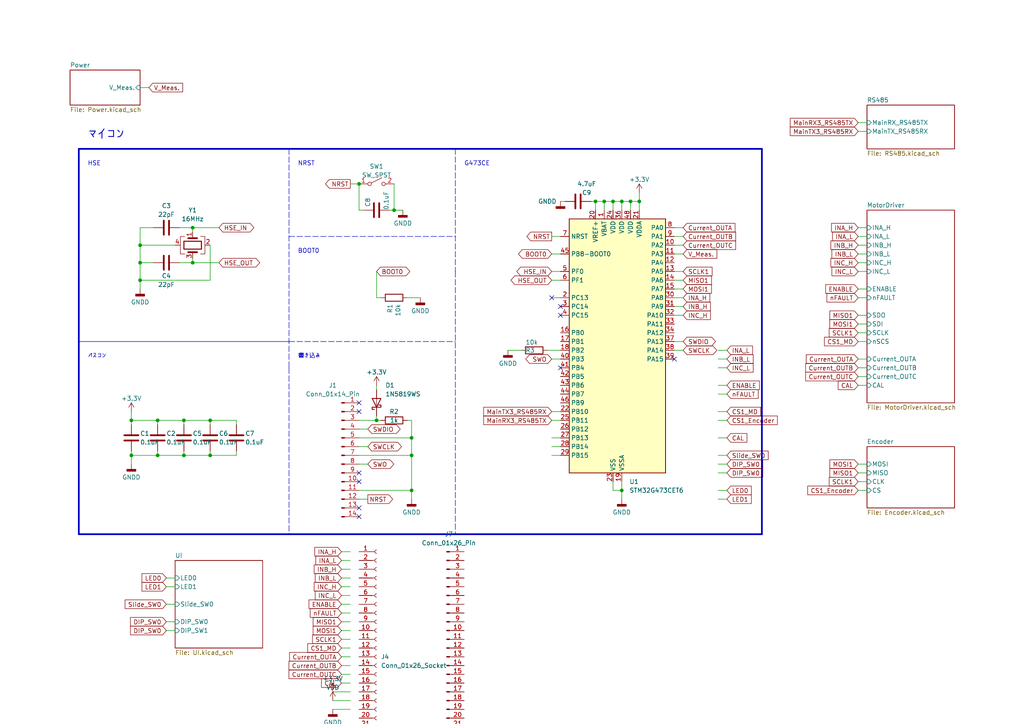
<source format=kicad_sch>
(kicad_sch (version 20230121) (generator eeschema)
  (paper "A4")
  (lib_symbols
    (symbol "Connector:Conn_01x14_Pin" (pin_names (offset 1.016) hide)
      (property "Reference" "J" (at 0 17.78 0))
      (property "Value" "Conn_01x14_Pin" (at 0 -20.32 0))
      (symbol "Conn_01x14_Pin_1_1"
        (pin passive line (at 5.08 15.24 180) (length 3.81) (name "Pin_1") (number "1"))
        (pin passive line (at 5.08 -7.62 180) (length 3.81) (name "Pin_10") (number "10"))
        (pin passive line (at 5.08 -10.16 180) (length 3.81) (name "Pin_11") (number "11"))
        (pin passive line (at 5.08 -12.7 180) (length 3.81) (name "Pin_12") (number "12"))
        (pin passive line (at 5.08 -15.24 180) (length 3.81) (name "Pin_13") (number "13"))
        (pin passive line (at 5.08 -17.78 180) (length 3.81) (name "Pin_14") (number "14"))
        (pin passive line (at 5.08 12.7 180) (length 3.81) (name "Pin_2") (number "2"))
        (pin passive line (at 5.08 10.16 180) (length 3.81) (name "Pin_3") (number "3"))
        (pin passive line (at 5.08 7.62 180) (length 3.81) (name "Pin_4") (number "4"))
        (pin passive line (at 5.08 5.08 180) (length 3.81) (name "Pin_5") (number "5"))
        (pin passive line (at 5.08 2.54 180) (length 3.81) (name "Pin_6") (number "6"))
        (pin passive line (at 5.08 0 180) (length 3.81) (name "Pin_7") (number "7"))
        (pin passive line (at 5.08 -2.54 180) (length 3.81) (name "Pin_8") (number "8"))
        (pin passive line (at 5.08 -5.08 180) (length 3.81) (name "Pin_9") (number "9"))
      )
    )
    (symbol "Connector:Conn_01x26_Pin" (pin_names (offset 1.016) hide)
      (property "Reference" "J" (at 0 33.02 0))
      (property "Value" "Conn_01x26_Pin" (at 0 -35.56 0))
      (symbol "Conn_01x26_Pin_1_1"
        (pin passive line (at 5.08 30.48 180) (length 3.81) (name "Pin_1") (number "1"))
        (pin passive line (at 5.08 7.62 180) (length 3.81) (name "Pin_10") (number "10"))
        (pin passive line (at 5.08 5.08 180) (length 3.81) (name "Pin_11") (number "11"))
        (pin passive line (at 5.08 2.54 180) (length 3.81) (name "Pin_12") (number "12"))
        (pin passive line (at 5.08 0 180) (length 3.81) (name "Pin_13") (number "13"))
        (pin passive line (at 5.08 -2.54 180) (length 3.81) (name "Pin_14") (number "14"))
        (pin passive line (at 5.08 -5.08 180) (length 3.81) (name "Pin_15") (number "15"))
        (pin passive line (at 5.08 -7.62 180) (length 3.81) (name "Pin_16") (number "16"))
        (pin passive line (at 5.08 -10.16 180) (length 3.81) (name "Pin_17") (number "17"))
        (pin passive line (at 5.08 -12.7 180) (length 3.81) (name "Pin_18") (number "18"))
        (pin passive line (at 5.08 -15.24 180) (length 3.81) (name "Pin_19") (number "19"))
        (pin passive line (at 5.08 27.94 180) (length 3.81) (name "Pin_2") (number "2"))
        (pin passive line (at 5.08 -17.78 180) (length 3.81) (name "Pin_20") (number "20"))
        (pin passive line (at 5.08 -20.32 180) (length 3.81) (name "Pin_21") (number "21"))
        (pin passive line (at 5.08 -22.86 180) (length 3.81) (name "Pin_22") (number "22"))
        (pin passive line (at 5.08 -25.4 180) (length 3.81) (name "Pin_23") (number "23"))
        (pin passive line (at 5.08 -27.94 180) (length 3.81) (name "Pin_24") (number "24"))
        (pin passive line (at 5.08 -30.48 180) (length 3.81) (name "Pin_25") (number "25"))
        (pin passive line (at 5.08 -33.02 180) (length 3.81) (name "Pin_26") (number "26"))
        (pin passive line (at 5.08 25.4 180) (length 3.81) (name "Pin_3") (number "3"))
        (pin passive line (at 5.08 22.86 180) (length 3.81) (name "Pin_4") (number "4"))
        (pin passive line (at 5.08 20.32 180) (length 3.81) (name "Pin_5") (number "5"))
        (pin passive line (at 5.08 17.78 180) (length 3.81) (name "Pin_6") (number "6"))
        (pin passive line (at 5.08 15.24 180) (length 3.81) (name "Pin_7") (number "7"))
        (pin passive line (at 5.08 12.7 180) (length 3.81) (name "Pin_8") (number "8"))
        (pin passive line (at 5.08 10.16 180) (length 3.81) (name "Pin_9") (number "9"))
      )
    )
    (symbol "Connector:Conn_01x26_Socket" (pin_names (offset 1.016) hide)
      (property "Reference" "J" (at 0 33.02 0))
      (property "Value" "Conn_01x26_Socket" (at 0 -35.56 0))
      (symbol "Conn_01x26_Socket_1_1"
        (pin passive line (at -5.08 30.48 0) (length 3.81) (name "Pin_1") (number "1"))
        (pin passive line (at -5.08 7.62 0) (length 3.81) (name "Pin_10") (number "10"))
        (pin passive line (at -5.08 5.08 0) (length 3.81) (name "Pin_11") (number "11"))
        (pin passive line (at -5.08 2.54 0) (length 3.81) (name "Pin_12") (number "12"))
        (pin passive line (at -5.08 0 0) (length 3.81) (name "Pin_13") (number "13"))
        (pin passive line (at -5.08 -2.54 0) (length 3.81) (name "Pin_14") (number "14"))
        (pin passive line (at -5.08 -5.08 0) (length 3.81) (name "Pin_15") (number "15"))
        (pin passive line (at -5.08 -7.62 0) (length 3.81) (name "Pin_16") (number "16"))
        (pin passive line (at -5.08 -10.16 0) (length 3.81) (name "Pin_17") (number "17"))
        (pin passive line (at -5.08 -12.7 0) (length 3.81) (name "Pin_18") (number "18"))
        (pin passive line (at -5.08 -15.24 0) (length 3.81) (name "Pin_19") (number "19"))
        (pin passive line (at -5.08 27.94 0) (length 3.81) (name "Pin_2") (number "2"))
        (pin passive line (at -5.08 -17.78 0) (length 3.81) (name "Pin_20") (number "20"))
        (pin passive line (at -5.08 -20.32 0) (length 3.81) (name "Pin_21") (number "21"))
        (pin passive line (at -5.08 -22.86 0) (length 3.81) (name "Pin_22") (number "22"))
        (pin passive line (at -5.08 -25.4 0) (length 3.81) (name "Pin_23") (number "23"))
        (pin passive line (at -5.08 -27.94 0) (length 3.81) (name "Pin_24") (number "24"))
        (pin passive line (at -5.08 -30.48 0) (length 3.81) (name "Pin_25") (number "25"))
        (pin passive line (at -5.08 -33.02 0) (length 3.81) (name "Pin_26") (number "26"))
        (pin passive line (at -5.08 25.4 0) (length 3.81) (name "Pin_3") (number "3"))
        (pin passive line (at -5.08 22.86 0) (length 3.81) (name "Pin_4") (number "4"))
        (pin passive line (at -5.08 20.32 0) (length 3.81) (name "Pin_5") (number "5"))
        (pin passive line (at -5.08 17.78 0) (length 3.81) (name "Pin_6") (number "6"))
        (pin passive line (at -5.08 15.24 0) (length 3.81) (name "Pin_7") (number "7"))
        (pin passive line (at -5.08 12.7 0) (length 3.81) (name "Pin_8") (number "8"))
        (pin passive line (at -5.08 10.16 0) (length 3.81) (name "Pin_9") (number "9"))
      )
    )
    (symbol "D_Schottky_3" (pin_numbers hide) (pin_names (offset 1.016) hide)
      (property "Reference" "D" (at 0 2.54 0))
      (property "Value" "D_Schottky_3" (at 0 -2.54 0))
      (symbol "D_Schottky_3_1_1"
        (pin passive line (at -3.81 0 0) (length 2.54) (name "K") (number "1"))
        (pin passive line (at 3.81 0 180) (length 2.54) (name "A") (number "2"))
      )
    )
    (symbol "Device:C" (pin_numbers hide) (pin_names (offset 0.254))
      (property "Reference" "C" (at 0.635 2.54 0))
      (property "Value" "C" (at 0.635 -2.54 0))
      (symbol "C_1_1"
        (pin passive line (at 0 3.81 270) (length 2.794) (name "~") (number "1"))
        (pin passive line (at 0 -3.81 90) (length 2.794) (name "~") (number "2"))
      )
    )
    (symbol "Device:Crystal_GND24" (pin_names (offset 1.016) hide)
      (property "Reference" "Y" (at 3.175 5.08 0))
      (property "Value" "Crystal_GND24" (at 3.175 3.175 0))
      (symbol "Crystal_GND24_1_1"
        (pin passive line (at -3.81 0 0) (length 1.27) (name "1") (number "1"))
        (pin passive line (at 0 5.08 270) (length 1.27) (name "2") (number "2"))
        (pin passive line (at 3.81 0 180) (length 1.27) (name "3") (number "3"))
        (pin passive line (at 0 -5.08 90) (length 1.27) (name "4") (number "4"))
      )
    )
    (symbol "Device:R" (pin_numbers hide) (pin_names (offset 0))
      (property "Reference" "R" (at 2.032 0 90))
      (property "Value" "R" (at 0 0 90))
      (symbol "R_1_1"
        (pin passive line (at 0 3.81 270) (length 1.27) (name "~") (number "1"))
        (pin passive line (at 0 -3.81 90) (length 1.27) (name "~") (number "2"))
      )
    )
    (symbol "MCU_ST_STM32G4:STM32G473CETx"
      (property "Reference" "U2" (at 4.7341 -38.1 0))
      (property "Value" "STM32G473CET6" (at 4.7341 -40.64 0))
      (symbol "STM32G473CETx_1_1"
        (pin power_in line (at -2.54 40.64 270) (length 2.54) (name "VBAT") (number "1"))
        (pin bidirectional line (at 17.78 30.48 180) (length 2.54) (name "PA2") (number "10"))
        (pin bidirectional line (at 17.78 27.94 180) (length 2.54) (name "PA3") (number "11"))
        (pin bidirectional line (at 17.78 25.4 180) (length 2.54) (name "PA4") (number "12"))
        (pin bidirectional line (at 17.78 22.86 180) (length 2.54) (name "PA5") (number "13"))
        (pin bidirectional line (at 17.78 20.32 180) (length 2.54) (name "PA6") (number "14"))
        (pin bidirectional line (at 17.78 17.78 180) (length 2.54) (name "PA7") (number "15"))
        (pin bidirectional line (at -15.24 5.08 0) (length 2.54) (name "PB0") (number "16"))
        (pin bidirectional line (at -15.24 2.54 0) (length 2.54) (name "PB1") (number "17"))
        (pin bidirectional line (at -15.24 0 0) (length 2.54) (name "PB2") (number "18"))
        (pin power_in line (at 2.54 -38.1 90) (length 2.54) (name "VSSA") (number "19"))
        (pin bidirectional line (at -15.24 15.24 0) (length 2.54) (name "PC13") (number "2"))
        (pin input line (at -5.08 40.64 270) (length 2.54) (name "VREF+") (number "20"))
        (pin power_in line (at 7.62 40.64 270) (length 2.54) (name "VDDA") (number "21"))
        (pin bidirectional line (at -15.24 -17.78 0) (length 2.54) (name "PB10") (number "22"))
        (pin power_in line (at 0 -38.1 90) (length 2.54) (name "VSS") (number "23"))
        (pin power_in line (at 0 40.64 270) (length 2.54) (name "VDD") (number "24"))
        (pin bidirectional line (at -15.24 -20.32 0) (length 2.54) (name "PB11") (number "25"))
        (pin bidirectional line (at -15.24 -22.86 0) (length 2.54) (name "PB12") (number "26"))
        (pin bidirectional line (at -15.24 -25.4 0) (length 2.54) (name "PB13") (number "27"))
        (pin bidirectional line (at -15.24 -27.94 0) (length 2.54) (name "PB14") (number "28"))
        (pin bidirectional line (at -15.24 -30.48 0) (length 2.54) (name "PB15") (number "29"))
        (pin bidirectional line (at -15.24 12.7 0) (length 2.54) (name "PC14") (number "3"))
        (pin bidirectional line (at 17.78 15.24 180) (length 2.54) (name "PA8") (number "30"))
        (pin bidirectional line (at 17.78 12.7 180) (length 2.54) (name "PA9") (number "31"))
        (pin bidirectional line (at 17.78 10.16 180) (length 2.54) (name "PA10") (number "32"))
        (pin bidirectional line (at 17.78 7.62 180) (length 2.54) (name "PA11") (number "33"))
        (pin bidirectional line (at 17.78 5.08 180) (length 2.54) (name "PA12") (number "34"))
        (pin passive line (at 0 -38.1 90) (length 2.54) hide (name "VSS") (number "35"))
        (pin power_in line (at 2.54 40.64 270) (length 2.54) (name "VDD") (number "36"))
        (pin bidirectional line (at 17.78 2.54 180) (length 2.54) (name "PA13") (number "37"))
        (pin bidirectional line (at 17.78 0 180) (length 2.54) (name "PA14") (number "38"))
        (pin bidirectional line (at 17.78 -2.54 180) (length 2.54) (name "PA15") (number "39"))
        (pin bidirectional line (at -15.24 10.16 0) (length 2.54) (name "PC15") (number "4"))
        (pin bidirectional line (at -15.24 -2.54 0) (length 2.54) (name "PB3") (number "40"))
        (pin bidirectional line (at -15.24 -5.08 0) (length 2.54) (name "PB4") (number "41"))
        (pin bidirectional line (at -15.24 -7.62 0) (length 2.54) (name "PB5") (number "42"))
        (pin bidirectional line (at -15.24 -10.16 0) (length 2.54) (name "PB6") (number "43"))
        (pin bidirectional line (at -15.24 -12.7 0) (length 2.54) (name "PB7") (number "44"))
        (pin bidirectional line (at -15.24 27.94 0) (length 2.54) (name "PB8-BOOT0") (number "45"))
        (pin bidirectional line (at -15.24 -15.24 0) (length 2.54) (name "PB9") (number "46"))
        (pin passive line (at 0 -38.1 90) (length 2.54) hide (name "VSS") (number "47"))
        (pin power_in line (at 5.08 40.64 270) (length 2.54) (name "VDD") (number "48"))
        (pin bidirectional line (at -15.24 22.86 0) (length 2.54) (name "PF0") (number "5"))
        (pin bidirectional line (at -15.24 20.32 0) (length 2.54) (name "PF1") (number "6"))
        (pin bidirectional line (at -15.24 33.02 0) (length 2.54) (name "NRST") (number "7"))
        (pin bidirectional line (at 17.78 35.56 180) (length 2.54) (name "PA0") (number "8"))
        (pin bidirectional line (at 17.78 33.02 180) (length 2.54) (name "PA1") (number "9"))
      )
    )
    (symbol "Switch:SW_SPST" (pin_names (offset 0) hide)
      (property "Reference" "SW" (at 0 3.175 0))
      (property "Value" "SW_SPST" (at 0 -2.54 0))
      (symbol "SW_SPST_1_1"
        (pin passive line (at -5.08 0 0) (length 2.54) (name "A") (number "1"))
        (pin passive line (at 5.08 0 180) (length 2.54) (name "B") (number "2"))
      )
    )
    (symbol "power:+3.3V" (power) (pin_names (offset 0))
      (property "Value" "+3.3V" (at 0 3.556 0))
      (symbol "+3.3V_1_1"
        (pin power_in line (at 0 0 90) (length 0) hide (name "+3.3V") (number "1"))
      )
    )
    (symbol "power:GNDD" (power) (pin_names (offset 0))
      (property "Value" "GNDD" (at 0 -3.175 0))
      (symbol "GNDD_1_1"
        (pin power_in line (at 0 0 270) (length 0) hide (name "GNDD") (number "1"))
      )
    )
    (symbol "power:VDD" (power) (pin_names (offset 0))
      (property "Value" "VDD" (at 0 3.81 0))
      (symbol "VDD_1_1"
        (pin power_in line (at 0 0 90) (length 0) hide (name "VDD") (number "1"))
      )
    )
  )
  (junction (at 38.1 121.92))
  (junction (at 38.1 132.08))
  (junction (at 45.72 121.92))
  (junction (at 60.96 121.92))
  (junction (at 182.88 58.42))
  (junction (at 53.34 121.92))
  (junction (at 177.8 58.42))
  (junction (at 180.34 142.24))
  (junction (at 45.72 132.08))
  (junction (at 185.42 58.42))
  (junction (at 119.38 132.08))
  (junction (at 40.64 76.2))
  (junction (at 53.34 132.08))
  (junction (at 172.72 58.42))
  (junction (at 180.34 58.42))
  (junction (at 119.38 142.24))
  (junction (at 109.22 121.92))
  (junction (at 60.96 132.08))
  (junction (at 175.26 58.42))
  (junction (at 55.88 76.2))
  (junction (at 114.3 60.96))
  (junction (at 55.88 66.04))
  (junction (at 40.64 71.12))
  (junction (at 104.14 53.34))
  (junction (at 119.38 127))
  (junction (at 40.64 81.28))
  (no_connect (at 162.56 91.44))
  (no_connect (at 104.14 147.32))
  (no_connect (at 104.14 139.7))
  (no_connect (at 195.58 104.14))
  (no_connect (at 104.14 137.16))
  (no_connect (at 162.56 106.68))
  (no_connect (at 104.14 119.38))
  (no_connect (at 160.02 86.36))
  (no_connect (at 104.14 149.86))
  (no_connect (at 104.14 116.84))
  (no_connect (at 162.56 88.9))
  (wire (pts (xy 248.92 38.1) (xy 251.46 38.1)))
  (wire (pts (xy 99.06 193.04) (xy 101.6 193.04)))
  (wire (pts (xy 109.22 121.92) (xy 104.14 121.92)))
  (wire (pts (xy 210.82 114.3) (xy 208.28 114.3)))
  (wire (pts (xy 38.1 121.92) (xy 38.1 123.19)))
  (wire (pts (xy 208.28 111.76) (xy 210.82 111.76)))
  (wire (pts (xy 177.8 58.42) (xy 177.8 60.96)))
  (wire (pts (xy 160.02 86.36) (xy 162.56 86.36)))
  (wire (pts (xy 99.06 165.1) (xy 101.6 165.1)))
  (wire (pts (xy 171.45 58.42) (xy 172.72 58.42)))
  (wire (pts (xy 104.14 124.46) (xy 106.68 124.46)))
  (wire (pts (xy 195.58 66.04) (xy 198.12 66.04)))
  (wire (pts (xy 104.14 53.34) (xy 104.14 60.96)))
  (wire (pts (xy 96.52 205.74) (xy 101.6 205.74)))
  (wire (pts (xy 99.06 162.56) (xy 101.6 162.56)))
  (wire (pts (xy 208.28 144.78) (xy 210.82 144.78)))
  (wire (pts (xy 99.06 172.72) (xy 101.6 172.72)))
  (wire (pts (xy 109.22 86.36) (xy 110.49 86.36)))
  (wire (pts (xy 248.92 96.52) (xy 251.46 96.52)))
  (wire (pts (xy 109.22 121.92) (xy 110.49 121.92)))
  (wire (pts (xy 60.96 121.92) (xy 68.58 121.92)))
  (wire (pts (xy 208.28 137.16) (xy 210.82 137.16)))
  (wire (pts (xy 48.26 167.64) (xy 50.8 167.64)))
  (wire (pts (xy 53.34 121.92) (xy 60.96 121.92)))
  (wire (pts (xy 104.14 129.54) (xy 106.68 129.54)))
  (wire (pts (xy 119.38 142.24) (xy 119.38 132.08)))
  (wire (pts (xy 55.88 74.93) (xy 55.88 76.2)))
  (polyline (pts (xy 83.82 68.58) (xy 132.08 68.58)) (stroke (width 0) (type dash)))
  (wire (pts (xy 99.06 175.26) (xy 101.6 175.26)))
  (wire (pts (xy 248.92 78.74) (xy 251.46 78.74)))
  (polyline (pts (xy 83.82 99.06) (xy 132.08 99.06)) (stroke (width 0) (type dash)))
  (wire (pts (xy 99.06 185.42) (xy 101.6 185.42)))
  (wire (pts (xy 172.72 58.42) (xy 172.72 60.96)))
  (wire (pts (xy 160.02 119.38) (xy 162.56 119.38)))
  (wire (pts (xy 195.58 101.6) (xy 198.12 101.6)))
  (wire (pts (xy 163.83 58.42) (xy 162.56 58.42)))
  (wire (pts (xy 195.58 99.06) (xy 198.12 99.06)))
  (wire (pts (xy 208.28 134.62) (xy 210.82 134.62)))
  (wire (pts (xy 208.28 104.14) (xy 210.82 104.14)))
  (wire (pts (xy 38.1 132.08) (xy 38.1 134.62)))
  (polyline (pts (xy 83.82 43.18) (xy 83.82 106.68)) (stroke (width 0) (type dash)))
  (wire (pts (xy 248.92 93.98) (xy 251.46 93.98)))
  (wire (pts (xy 99.06 177.8) (xy 101.6 177.8)))
  (wire (pts (xy 208.28 106.68) (xy 210.82 106.68)))
  (wire (pts (xy 104.14 132.08) (xy 119.38 132.08)))
  (wire (pts (xy 104.14 144.78) (xy 106.68 144.78)))
  (wire (pts (xy 248.92 76.2) (xy 251.46 76.2)))
  (wire (pts (xy 60.96 121.92) (xy 60.96 123.19)))
  (wire (pts (xy 185.42 55.88) (xy 185.42 58.42)))
  (wire (pts (xy 53.34 130.81) (xy 53.34 132.08)))
  (wire (pts (xy 195.58 68.58) (xy 198.12 68.58)))
  (polyline (pts (xy 22.86 154.94) (xy 220.98 154.94)) (stroke (width 0.5) (type solid)))
  (wire (pts (xy 118.11 86.36) (xy 121.92 86.36)))
  (wire (pts (xy 38.1 130.81) (xy 38.1 132.08)))
  (wire (pts (xy 40.64 25.4) (xy 43.18 25.4)))
  (wire (pts (xy 99.06 180.34) (xy 101.6 180.34)))
  (wire (pts (xy 160.02 129.54) (xy 162.56 129.54)))
  (wire (pts (xy 96.52 200.66) (xy 101.6 200.66)))
  (wire (pts (xy 99.06 190.5) (xy 101.6 190.5)))
  (wire (pts (xy 119.38 121.92) (xy 119.38 127)))
  (wire (pts (xy 40.64 71.12) (xy 40.64 76.2)))
  (wire (pts (xy 68.58 121.92) (xy 68.58 123.19)))
  (wire (pts (xy 160.02 127) (xy 162.56 127)))
  (wire (pts (xy 68.58 132.08) (xy 68.58 130.81)))
  (wire (pts (xy 248.92 111.76) (xy 251.46 111.76)))
  (wire (pts (xy 60.96 132.08) (xy 68.58 132.08)))
  (wire (pts (xy 151.13 101.6) (xy 147.32 101.6)))
  (wire (pts (xy 160.02 104.14) (xy 162.56 104.14)))
  (wire (pts (xy 119.38 132.08) (xy 119.38 127)))
  (wire (pts (xy 175.26 60.96) (xy 175.26 58.42)))
  (wire (pts (xy 101.6 53.34) (xy 104.14 53.34)))
  (wire (pts (xy 44.45 66.04) (xy 40.64 66.04)))
  (wire (pts (xy 53.34 132.08) (xy 60.96 132.08)))
  (wire (pts (xy 118.11 121.92) (xy 119.38 121.92)))
  (polyline (pts (xy 83.82 106.68) (xy 83.82 154.94)) (stroke (width 0) (type dash)))
  (polyline (pts (xy 220.98 154.94) (xy 220.98 43.18)) (stroke (width 0.5) (type solid)))
  (wire (pts (xy 38.1 121.92) (xy 45.72 121.92)))
  (wire (pts (xy 175.26 58.42) (xy 177.8 58.42)))
  (wire (pts (xy 104.14 60.96) (xy 105.41 60.96)))
  (wire (pts (xy 104.14 134.62) (xy 106.68 134.62)))
  (wire (pts (xy 195.58 88.9) (xy 198.12 88.9)))
  (wire (pts (xy 40.64 76.2) (xy 44.45 76.2)))
  (wire (pts (xy 40.64 71.12) (xy 50.8 71.12)))
  (wire (pts (xy 195.58 91.44) (xy 198.12 91.44)))
  (polyline (pts (xy 132.08 43.18) (xy 132.08 78.74)) (stroke (width 0) (type dash)))
  (wire (pts (xy 180.34 60.96) (xy 180.34 58.42)))
  (wire (pts (xy 177.8 142.24) (xy 177.8 139.7)))
  (wire (pts (xy 248.92 109.22) (xy 251.46 109.22)))
  (wire (pts (xy 182.88 58.42) (xy 185.42 58.42)))
  (wire (pts (xy 162.56 101.6) (xy 158.75 101.6)))
  (wire (pts (xy 52.07 66.04) (xy 55.88 66.04)))
  (wire (pts (xy 160.02 121.92) (xy 162.56 121.92)))
  (wire (pts (xy 160.02 78.74) (xy 162.56 78.74)))
  (wire (pts (xy 48.26 182.88) (xy 50.8 182.88)))
  (wire (pts (xy 45.72 121.92) (xy 53.34 121.92)))
  (wire (pts (xy 195.58 78.74) (xy 198.12 78.74)))
  (wire (pts (xy 38.1 132.08) (xy 45.72 132.08)))
  (wire (pts (xy 99.06 187.96) (xy 101.6 187.96)))
  (wire (pts (xy 119.38 144.78) (xy 119.38 142.24)))
  (wire (pts (xy 248.92 71.12) (xy 251.46 71.12)))
  (wire (pts (xy 208.28 127) (xy 210.82 127)))
  (wire (pts (xy 48.26 175.26) (xy 50.8 175.26)))
  (wire (pts (xy 109.22 78.74) (xy 109.22 86.36)))
  (wire (pts (xy 99.06 182.88) (xy 101.6 182.88)))
  (wire (pts (xy 109.22 120.65) (xy 109.22 121.92)))
  (wire (pts (xy 60.96 130.81) (xy 60.96 132.08)))
  (wire (pts (xy 99.06 170.18) (xy 101.6 170.18)))
  (wire (pts (xy 195.58 81.28) (xy 198.12 81.28)))
  (wire (pts (xy 160.02 81.28) (xy 162.56 81.28)))
  (wire (pts (xy 248.92 104.14) (xy 251.46 104.14)))
  (wire (pts (xy 48.26 170.18) (xy 50.8 170.18)))
  (wire (pts (xy 177.8 142.24) (xy 180.34 142.24)))
  (wire (pts (xy 248.92 91.44) (xy 251.46 91.44)))
  (wire (pts (xy 114.3 60.96) (xy 113.03 60.96)))
  (wire (pts (xy 180.34 142.24) (xy 180.34 139.7)))
  (wire (pts (xy 109.22 111.76) (xy 109.22 113.03)))
  (wire (pts (xy 248.92 142.24) (xy 251.46 142.24)))
  (wire (pts (xy 248.92 86.36) (xy 251.46 86.36)))
  (wire (pts (xy 248.92 68.58) (xy 251.46 68.58)))
  (wire (pts (xy 45.72 132.08) (xy 53.34 132.08)))
  (wire (pts (xy 182.88 58.42) (xy 182.88 60.96)))
  (wire (pts (xy 208.28 132.08) (xy 210.82 132.08)))
  (wire (pts (xy 195.58 86.36) (xy 198.12 86.36)))
  (wire (pts (xy 177.8 58.42) (xy 180.34 58.42)))
  (wire (pts (xy 55.88 76.2) (xy 63.5 76.2)))
  (wire (pts (xy 160.02 73.66) (xy 162.56 73.66)))
  (wire (pts (xy 104.14 127) (xy 119.38 127)))
  (wire (pts (xy 40.64 83.82) (xy 40.64 81.28)))
  (wire (pts (xy 208.28 101.6) (xy 210.82 101.6)))
  (wire (pts (xy 38.1 119.38) (xy 38.1 121.92)))
  (wire (pts (xy 45.72 121.92) (xy 45.72 123.19)))
  (wire (pts (xy 208.28 121.92) (xy 210.82 121.92)))
  (wire (pts (xy 40.64 76.2) (xy 40.64 81.28)))
  (wire (pts (xy 248.92 134.62) (xy 251.46 134.62)))
  (wire (pts (xy 48.26 180.34) (xy 50.8 180.34)))
  (wire (pts (xy 248.92 73.66) (xy 251.46 73.66)))
  (wire (pts (xy 208.28 119.38) (xy 210.82 119.38)))
  (wire (pts (xy 114.3 60.96) (xy 116.84 60.96)))
  (wire (pts (xy 160.02 132.08) (xy 162.56 132.08)))
  (wire (pts (xy 104.14 142.24) (xy 119.38 142.24)))
  (wire (pts (xy 52.07 76.2) (xy 55.88 76.2)))
  (wire (pts (xy 248.92 35.56) (xy 251.46 35.56)))
  (wire (pts (xy 248.92 99.06) (xy 251.46 99.06)))
  (wire (pts (xy 99.06 167.64) (xy 101.6 167.64)))
  (wire (pts (xy 208.28 142.24) (xy 210.82 142.24)))
  (wire (pts (xy 63.5 66.04) (xy 55.88 66.04)))
  (polyline (pts (xy 22.86 43.18) (xy 22.86 154.94)) (stroke (width 0.5) (type solid)))
  (wire (pts (xy 99.06 195.58) (xy 101.6 195.58)))
  (wire (pts (xy 40.64 81.28) (xy 60.96 81.28)))
  (wire (pts (xy 248.92 139.7) (xy 251.46 139.7)))
  (wire (pts (xy 172.72 58.42) (xy 175.26 58.42)))
  (wire (pts (xy 53.34 121.92) (xy 53.34 123.19)))
  (wire (pts (xy 248.92 106.68) (xy 251.46 106.68)))
  (wire (pts (xy 248.92 137.16) (xy 251.46 137.16)))
  (wire (pts (xy 180.34 142.24) (xy 180.34 144.78)))
  (wire (pts (xy 99.06 198.12) (xy 101.6 198.12)))
  (wire (pts (xy 180.34 58.42) (xy 182.88 58.42)))
  (wire (pts (xy 160.02 68.58) (xy 162.56 68.58)))
  (wire (pts (xy 55.88 66.04) (xy 55.88 67.31)))
  (polyline (pts (xy 22.86 43.18) (xy 220.98 43.18)) (stroke (width 0.5) (type solid)))
  (wire (pts (xy 195.58 71.12) (xy 198.12 71.12)))
  (wire (pts (xy 195.58 83.82) (xy 198.12 83.82)))
  (wire (pts (xy 60.96 71.12) (xy 60.96 81.28)))
  (wire (pts (xy 96.52 203.2) (xy 101.6 203.2)))
  (wire (pts (xy 99.06 160.02) (xy 101.6 160.02)))
  (wire (pts (xy 248.92 83.82) (xy 251.46 83.82)))
  (wire (pts (xy 185.42 58.42) (xy 185.42 60.96)))
  (wire (pts (xy 114.3 53.34) (xy 114.3 60.96)))
  (polyline (pts (xy 132.08 78.74) (xy 132.08 154.94)) (stroke (width 0) (type dash)))
  (wire (pts (xy 195.58 73.66) (xy 198.12 73.66)))
  (wire (pts (xy 40.64 66.04) (xy 40.64 71.12)))
  (wire (pts (xy 248.92 66.04) (xy 251.46 66.04)))
  (wire (pts (xy 45.72 130.81) (xy 45.72 132.08)))
  (rectangle (start 22.86 99.06) (end 83.82 99.06))
  (text "マイコン" (at 25.4 40.64 0) (effects (font (size 2.54 2.54) (thickness 0.254) bold) (justify left bottom)))
  (text "G473CE" (at 134.62 48.26 0) (effects (font (size 1.27 1.27)) (justify left bottom)))
  (text "NRST" (at 86.36 48.26 0) (effects (font (size 1.27 1.27)) (justify left bottom)))
  (text "BOOT0" (at 86.36 73.66 0) (effects (font (size 1.27 1.27)) (justify left bottom)))
  (text "書き込み" (at 86.36 104.14 0) (effects (font (size 1.27 1.27)) (justify left bottom)))
  (text "HSE" (at 25.4 48.26 0) (effects (font (size 1.27 1.27)) (justify left bottom)))
  (text "パスコン" (at 25.4 104.14 0) (effects (font (size 1.27 1.27)) (justify left bottom)))
  (global_label "INC_L" (shape input) (at 99.06 172.72 180) (property "Intersheetrefs" "${INTERSHEET_REFS}" (effects hide)))
  (global_label "LED0" (shape input) (at 210.82 142.24 0) (property "Intersheetrefs" "${INTERSHEET_REFS}" (effects hide)))
  (global_label "INA_L" (shape input) (at 248.92 68.58 180) (property "Intersheetrefs" "${INTERSHEET_REFS}" (effects hide)))
  (global_label "BOOT0" (shape bidirectional) (at 160.02 73.66 180) (property "Intersheetrefs" "${INTERSHEET_REFS}" (effects hide)))
  (global_label "MOSI1" (shape input) (at 248.92 134.62 180) (property "Intersheetrefs" "${INTERSHEET_REFS}" (effects hide)))
  (global_label "MainTX3_RS485RX" (shape input) (at 160.02 119.38 180) (property "Intersheetrefs" "${INTERSHEET_REFS}" (effects hide)))
  (global_label "SWDIO" (shape bidirectional) (at 198.12 99.06 0) (property "Intersheetrefs" "${INTERSHEET_REFS}" (effects hide)))
  (global_label "Slide_SW0" (shape input) (at 48.26 175.26 180) (property "Intersheetrefs" "${INTERSHEET_REFS}" (effects hide)))
  (global_label "Current_OUTB" (shape input) (at 198.12 68.58 0) (property "Intersheetrefs" "${INTERSHEET_REFS}" (effects hide)))
  (global_label "INB_H" (shape input) (at 99.06 165.1 180) (property "Intersheetrefs" "${INTERSHEET_REFS}" (effects hide)))
  (global_label "INB_L" (shape input) (at 210.82 104.14 0) (property "Intersheetrefs" "${INTERSHEET_REFS}" (effects hide)))
  (global_label "HSE_IN" (shape bidirectional) (at 160.02 78.74 180) (property "Intersheetrefs" "${INTERSHEET_REFS}" (effects hide)))
  (global_label "NRST" (shape output) (at 101.6 53.34 180) (property "Intersheetrefs" "${INTERSHEET_REFS}" (effects hide)))
  (global_label "SWCLK" (shape bidirectional) (at 198.12 101.6 0) (property "Intersheetrefs" "${INTERSHEET_REFS}" (effects hide)))
  (global_label "HSE_OUT" (shape bidirectional) (at 63.5 76.2 0) (property "Intersheetrefs" "${INTERSHEET_REFS}" (effects hide)))
  (global_label "Current_OUTC" (shape input) (at 248.92 109.22 180) (property "Intersheetrefs" "${INTERSHEET_REFS}" (effects hide)))
  (global_label "NRST" (shape output) (at 106.68 144.78 0) (property "Intersheetrefs" "${INTERSHEET_REFS}" (effects hide)))
  (global_label "CAL" (shape input) (at 248.92 111.76 180) (property "Intersheetrefs" "${INTERSHEET_REFS}" (effects hide)))
  (global_label "INA_L" (shape input) (at 210.82 101.6 0) (property "Intersheetrefs" "${INTERSHEET_REFS}" (effects hide)))
  (global_label "nFAULT" (shape input) (at 248.92 86.36 180) (property "Intersheetrefs" "${INTERSHEET_REFS}" (effects hide)))
  (global_label "INA_H" (shape input) (at 198.12 86.36 0) (property "Intersheetrefs" "${INTERSHEET_REFS}" (effects hide)))
  (global_label "Current_OUTB" (shape input) (at 248.92 106.68 180) (property "Intersheetrefs" "${INTERSHEET_REFS}" (effects hide)))
  (global_label "ENABLE" (shape input) (at 210.82 111.76 0) (property "Intersheetrefs" "${INTERSHEET_REFS}" (effects hide)))
  (global_label "SWO" (shape bidirectional) (at 106.68 134.62 0) (property "Intersheetrefs" "${INTERSHEET_REFS}" (effects hide)))
  (global_label "INA_L" (shape input) (at 99.06 162.56 180) (property "Intersheetrefs" "${INTERSHEET_REFS}" (effects hide)))
  (global_label "Current_OUTA" (shape input) (at 99.06 190.5 180) (property "Intersheetrefs" "${INTERSHEET_REFS}" (effects hide)))
  (global_label "Slide_SW0" (shape input) (at 210.82 132.08 0) (property "Intersheetrefs" "${INTERSHEET_REFS}" (effects hide)))
  (global_label "LED1" (shape input) (at 210.82 144.78 0) (property "Intersheetrefs" "${INTERSHEET_REFS}" (effects hide)))
  (global_label "INC_L" (shape input) (at 210.82 106.68 0) (property "Intersheetrefs" "${INTERSHEET_REFS}" (effects hide)))
  (global_label "Current_OUTC" (shape input) (at 198.12 71.12 0) (property "Intersheetrefs" "${INTERSHEET_REFS}" (effects hide)))
  (global_label "nFAULT" (shape input) (at 210.82 114.3 0) (property "Intersheetrefs" "${INTERSHEET_REFS}" (effects hide)))
  (global_label "INA_H" (shape input) (at 248.92 66.04 180) (property "Intersheetrefs" "${INTERSHEET_REFS}" (effects hide)))
  (global_label "SWCLK" (shape bidirectional) (at 106.68 129.54 0) (property "Intersheetrefs" "${INTERSHEET_REFS}" (effects hide)))
  (global_label "MISO1" (shape input) (at 99.06 180.34 180) (property "Intersheetrefs" "${INTERSHEET_REFS}" (effects hide)))
  (global_label "MOSI1" (shape input) (at 248.92 93.98 180) (property "Intersheetrefs" "${INTERSHEET_REFS}" (effects hide)))
  (global_label "ENABLE" (shape input) (at 99.06 175.26 180) (property "Intersheetrefs" "${INTERSHEET_REFS}" (effects hide)))
  (global_label "LED0" (shape input) (at 48.26 167.64 180) (property "Intersheetrefs" "${INTERSHEET_REFS}" (effects hide)))
  (global_label "Current_OUTA" (shape input) (at 248.92 104.14 180) (property "Intersheetrefs" "${INTERSHEET_REFS}" (effects hide)))
  (global_label "ENABLE" (shape input) (at 248.92 83.82 180) (property "Intersheetrefs" "${INTERSHEET_REFS}" (effects hide)))
  (global_label "SWO" (shape bidirectional) (at 160.02 104.14 180) (property "Intersheetrefs" "${INTERSHEET_REFS}" (effects hide)))
  (global_label "MISO1" (shape input) (at 248.92 91.44 180) (property "Intersheetrefs" "${INTERSHEET_REFS}" (effects hide)))
  (global_label "INB_H" (shape input) (at 248.92 71.12 180) (property "Intersheetrefs" "${INTERSHEET_REFS}" (effects hide)))
  (global_label "Current_OUTA" (shape input) (at 198.12 66.04 0) (property "Intersheetrefs" "${INTERSHEET_REFS}" (effects hide)))
  (global_label "DIP_SW0" (shape input) (at 48.26 180.34 180) (property "Intersheetrefs" "${INTERSHEET_REFS}" (effects hide)))
  (global_label "Current_OUTB" (shape input) (at 99.06 193.04 180) (property "Intersheetrefs" "${INTERSHEET_REFS}" (effects hide)))
  (global_label "CAL" (shape input) (at 99.06 198.12 180) (property "Intersheetrefs" "${INTERSHEET_REFS}" (effects hide)))
  (global_label "Current_OUTC" (shape input) (at 99.06 195.58 180) (property "Intersheetrefs" "${INTERSHEET_REFS}" (effects hide)))
  (global_label "MainRX3_RS485TX" (shape input) (at 248.92 35.56 180) (property "Intersheetrefs" "${INTERSHEET_REFS}" (effects hide)))
  (global_label "MISO1" (shape input) (at 248.92 137.16 180) (property "Intersheetrefs" "${INTERSHEET_REFS}" (effects hide)))
  (global_label "CS1_MD" (shape input) (at 210.82 119.38 0) (property "Intersheetrefs" "${INTERSHEET_REFS}" (effects hide)))
  (global_label "LED1" (shape input) (at 48.26 170.18 180) (property "Intersheetrefs" "${INTERSHEET_REFS}" (effects hide)))
  (global_label "MainTX3_RS485RX" (shape input) (at 248.92 38.1 180) (property "Intersheetrefs" "${INTERSHEET_REFS}" (effects hide)))
  (global_label "MainRX3_RS485TX" (shape input) (at 160.02 121.92 180) (property "Intersheetrefs" "${INTERSHEET_REFS}" (effects hide)))
  (global_label "CAL" (shape input) (at 210.82 127 0) (property "Intersheetrefs" "${INTERSHEET_REFS}" (effects hide)))
  (global_label "SCLK1" (shape input) (at 248.92 96.52 180) (property "Intersheetrefs" "${INTERSHEET_REFS}" (effects hide)))
  (global_label "MOSI1" (shape input) (at 198.12 83.82 0) (property "Intersheetrefs" "${INTERSHEET_REFS}" (effects hide)))
  (global_label "SCLK1" (shape input) (at 248.92 139.7 180) (property "Intersheetrefs" "${INTERSHEET_REFS}" (effects hide)))
  (global_label "CS1_MD" (shape input) (at 248.92 99.06 180) (property "Intersheetrefs" "${INTERSHEET_REFS}" (effects hide)))
  (global_label "INB_H" (shape input) (at 198.12 88.9 0) (property "Intersheetrefs" "${INTERSHEET_REFS}" (effects hide)))
  (global_label "SWDIO" (shape bidirectional) (at 106.68 124.46 0) (property "Intersheetrefs" "${INTERSHEET_REFS}" (effects hide)))
  (global_label "V_Meas." (shape input) (at 198.12 73.66 0) (property "Intersheetrefs" "${INTERSHEET_REFS}" (effects hide)))
  (global_label "CS1_Encoder" (shape input) (at 248.92 142.24 180) (property "Intersheetrefs" "${INTERSHEET_REFS}" (effects hide)))
  (global_label "INC_H" (shape input) (at 198.12 91.44 0) (property "Intersheetrefs" "${INTERSHEET_REFS}" (effects hide)))
  (global_label "NRST" (shape output) (at 160.02 68.58 180) (property "Intersheetrefs" "${INTERSHEET_REFS}" (effects hide)))
  (global_label "MOSI1" (shape input) (at 99.06 182.88 180) (property "Intersheetrefs" "${INTERSHEET_REFS}" (effects hide)))
  (global_label "SCLK1" (shape input) (at 99.06 185.42 180) (property "Intersheetrefs" "${INTERSHEET_REFS}" (effects hide)))
  (global_label "DIP_SW0" (shape input) (at 210.82 134.62 0) (property "Intersheetrefs" "${INTERSHEET_REFS}" (effects hide)))
  (global_label "CS1_MD" (shape input) (at 99.06 187.96 180) (property "Intersheetrefs" "${INTERSHEET_REFS}" (effects hide)))
  (global_label "SCLK1" (shape input) (at 198.12 78.74 0) (property "Intersheetrefs" "${INTERSHEET_REFS}" (effects hide)))
  (global_label "MISO1" (shape input) (at 198.12 81.28 0) (property "Intersheetrefs" "${INTERSHEET_REFS}" (effects hide)))
  (global_label "HSE_IN" (shape bidirectional) (at 63.5 66.04 0) (property "Intersheetrefs" "${INTERSHEET_REFS}" (effects hide)))
  (global_label "DIP_SW0" (shape input) (at 210.82 137.16 0) (property "Intersheetrefs" "${INTERSHEET_REFS}" (effects hide)))
  (global_label "nFAULT" (shape input) (at 99.06 177.8 180) (property "Intersheetrefs" "${INTERSHEET_REFS}" (effects hide)))
  (global_label "INB_L" (shape input) (at 99.06 167.64 180) (property "Intersheetrefs" "${INTERSHEET_REFS}" (effects hide)))
  (global_label "BOOT0" (shape bidirectional) (at 109.22 78.74 0) (property "Intersheetrefs" "${INTERSHEET_REFS}" (effects hide)))
  (global_label "V_Meas." (shape input) (at 43.18 25.4 0) (property "Intersheetrefs" "${INTERSHEET_REFS}" (effects hide)))
  (global_label "CS1_Encoder" (shape input) (at 210.82 121.92 0) (property "Intersheetrefs" "${INTERSHEET_REFS}" (effects hide)))
  (global_label "DIP_SW0" (shape input) (at 48.26 182.88 180) (property "Intersheetrefs" "${INTERSHEET_REFS}" (effects hide)))
  (global_label "INC_L" (shape input) (at 248.92 78.74 180) (property "Intersheetrefs" "${INTERSHEET_REFS}" (effects hide)))
  (global_label "INC_H" (shape input) (at 248.92 76.2 180) (property "Intersheetrefs" "${INTERSHEET_REFS}" (effects hide)))
  (global_label "INB_L" (shape input) (at 248.92 73.66 180) (property "Intersheetrefs" "${INTERSHEET_REFS}" (effects hide)))
  (global_label "INC_H" (shape input) (at 99.06 170.18 180) (property "Intersheetrefs" "${INTERSHEET_REFS}" (effects hide)))
  (global_label "HSE_OUT" (shape bidirectional) (at 160.02 81.28 180) (property "Intersheetrefs" "${INTERSHEET_REFS}" (effects hide)))
  (global_label "INA_H" (shape input) (at 99.06 160.02 180) (property "Intersheetrefs" "${INTERSHEET_REFS}" (effects hide)))
  (symbol (lib_id "Device:R") (at 114.3 121.92 90) (mirror x) (unit 1)
    (property "Reference" "R2" (at 114.3 119.38 90))
    (property "Value" "1k" (at 114.3 121.92 90))
    (property "Footprint" "Resistor_SMD:R_0402_1005Metric" (effects hide))
  )
  (symbol (lib_id "Switch:SW_SPST") (at 109.22 53.34 0) (unit 1)
    (property "Reference" "SW1" (at 109.22 48.26 0))
    (property "Value" "SW_SPST" (at 109.22 50.8 0))
    (property "Footprint" "Button_Switch_THT:SW_Tactile_SPST_Angled_PTS645Vx39-2LFS" (effects hide))
  )
  (symbol (lib_id "power:GNDD") (at 162.56 58.42 0) (unit 1)
    (property "Reference" "#PWR09" (effects hide))
    (property "Value" "GNDD" (at 158.75 58.42 0))
  )
  (symbol (lib_id "Device:R") (at 154.94 101.6 270) (unit 1)
    (property "Reference" "R3" (at 152.4 101.6 90) (effects (justify left)))
    (property "Value" "10k" (at 152.4 99.2886 90) (effects (justify left)))
    (property "Footprint" "Resistor_SMD:R_0402_1005Metric" (effects hide))
  )
  (symbol (lib_id "MCU_ST_STM32G4:STM32G473CETx") (at 177.8 101.6 0) (unit 1)
    (property "Reference" "U1" (at 182.5341 139.7 0) (effects (justify left)))
    (property "Value" "STM32G473CET6" (at 182.5341 142.24 0) (effects (justify left)))
    (property "Footprint" "Package_QFP:LQFP-48_7x7mm_P0.5mm" (effects hide))
    (property "Datasheet" "https://www.st.com/resource/en/datasheet/stm32g473ce.pdf" (effects hide))
  )
  (symbol (lib_name "D_Schottky_3") (lib_id "Device:D_Schottky") (at 109.22 116.84 90) (unit 1)
    (property "Reference" "D1" (at 111.76 111.76 90) (effects (justify right)))
    (property "Value" "1N5819WS" (at 111.76 114.3 90) (effects (justify right)))
    (property "Footprint" "Diode_SMD:D_SOD-323_HandSoldering" (effects hide))
  )
  (symbol (lib_id "power:GNDD") (at 38.1 134.62 0) (unit 1)
    (property "Reference" "#PWR02" (effects hide))
    (property "Value" "GNDD" (at 38.1 138.43 0))
  )
  (symbol (lib_id "Connector:Conn_01x26_Pin") (at 129.54 190.5 0) (unit 1)
    (property "Reference" "J7" (at 130.175 154.94 0))
    (property "Value" "Conn_01x26_Pin" (at 130.175 157.48 0))
    (property "Footprint" "Connector_PinHeader_1.27mm:PinHeader_2x13_P1.27mm_Vertical" (effects hide))
  )
  (symbol (lib_id "power:+3.3V") (at 185.42 55.88 0) (unit 1)
    (property "Reference" "#PWR011" (effects hide))
    (property "Value" "+3.3V" (at 185.42 52.07 0))
  )
  (symbol (lib_id "Device:C") (at 48.26 66.04 90) (unit 1)
    (property "Reference" "C3" (at 48.26 59.69 90))
    (property "Value" "22pF" (at 48.26 62.23 90))
    (property "Footprint" "Capacitor_SMD:C_0603_1608Metric" (effects hide))
  )
  (symbol (lib_id "Device:C") (at 45.72 127 0) (unit 1)
    (property "Reference" "C2" (at 48.26 125.73 0) (effects (justify left)))
    (property "Value" "0.1uF" (at 48.26 128.27 0) (effects (justify left)))
    (property "Footprint" "Capacitor_SMD:C_0402_1005Metric" (effects hide))
  )
  (symbol (lib_id "Device:C") (at 48.26 76.2 90) (unit 1)
    (property "Reference" "C4" (at 48.26 80.01 90))
    (property "Value" "22pF" (at 48.26 82.55 90))
    (property "Footprint" "Capacitor_SMD:C_0603_1608Metric" (effects hide))
  )
  (symbol (lib_id "Connector:Conn_01x14_Pin") (at 99.06 132.08 0) (unit 1)
    (property "Reference" "J1" (at 96.52 111.76 0))
    (property "Value" "Conn_01x14_Pin" (at 96.52 114.3 0))
    (property "Footprint" "MyLibrary:BoxHeader_2x07_P1.27mm_Horizontal" (effects hide))
  )
  (symbol (lib_id "Connector:Conn_01x26_Socket") (at 109.22 190.5 0) (unit 1)
    (property "Reference" "J4" (at 110.49 190.5 0) (effects (justify left)))
    (property "Value" "Conn_01x26_Socket" (at 110.49 193.04 0) (effects (justify left)))
    (property "Footprint" "Connector_PinSocket_1.27mm:PinSocket_2x13_P1.27mm_Vertical" (effects hide))
  )
  (symbol (lib_id "Device:C") (at 53.34 127 0) (unit 1)
    (property "Reference" "C5" (at 55.88 125.73 0) (effects (justify left)))
    (property "Value" "0.1uF" (at 55.88 128.27 0) (effects (justify left)))
    (property "Footprint" "Capacitor_SMD:C_0402_1005Metric" (effects hide))
  )
  (symbol (lib_id "power:GNDD") (at 119.38 144.78 0) (unit 1)
    (property "Reference" "#PWR06" (effects hide))
    (property "Value" "GNDD" (at 119.38 148.59 0))
  )
  (symbol (lib_id "Device:C") (at 68.58 127 0) (unit 1)
    (property "Reference" "C7" (at 71.12 125.73 0) (effects (justify left)))
    (property "Value" "0.1uF" (at 71.12 128.27 0) (effects (justify left)))
    (property "Footprint" "Capacitor_SMD:C_0402_1005Metric" (effects hide))
  )
  (symbol (lib_id "Device:C") (at 167.64 58.42 90) (mirror x) (unit 1)
    (property "Reference" "C9" (at 170.18 55.88 90))
    (property "Value" "4.7uF" (at 170.18 53.34 90))
    (property "Footprint" "Capacitor_SMD:C_0603_1608Metric" (effects hide))
  )
  (symbol (lib_id "power:GNDD") (at 116.84 60.96 0) (unit 1)
    (property "Reference" "#PWR05" (effects hide))
    (property "Value" "GNDD" (at 116.84 64.77 0))
  )
  (symbol (lib_id "Device:R") (at 114.3 86.36 90) (mirror x) (unit 1)
    (property "Reference" "R1" (at 113.1316 88.138 0) (effects (justify left)))
    (property "Value" "10k" (at 115.443 88.138 0) (effects (justify left)))
    (property "Footprint" "Resistor_SMD:R_0402_1005Metric" (effects hide))
  )
  (symbol (lib_id "power:GNDD") (at 96.52 205.74 0) (unit 1)
    (property "Reference" "#PWR079" (effects hide))
    (property "Value" "GNDD" (at 96.52 209.55 0))
  )
  (symbol (lib_id "power:GNDD") (at 40.64 83.82 0) (unit 1)
    (property "Reference" "#PWR03" (effects hide))
    (property "Value" "GNDD" (at 40.64 87.63 0))
  )
  (symbol (lib_id "power:GNDD") (at 121.92 86.36 0) (unit 1)
    (property "Reference" "#PWR07" (effects hide))
    (property "Value" "GNDD" (at 121.92 90.17 0))
  )
  (symbol (lib_id "Device:C") (at 60.96 127 0) (unit 1)
    (property "Reference" "C6" (at 63.5 125.73 0) (effects (justify left)))
    (property "Value" "0.1uF" (at 63.5 128.27 0) (effects (justify left)))
    (property "Footprint" "Capacitor_SMD:C_0402_1005Metric" (effects hide))
  )
  (symbol (lib_id "power:GNDD") (at 180.34 144.78 0) (unit 1)
    (property "Reference" "#PWR010" (effects hide))
    (property "Value" "GNDD" (at 180.34 148.59 0))
  )
  (symbol (lib_id "power:+3.3V") (at 109.22 111.76 0) (unit 1)
    (property "Reference" "#PWR04" (effects hide))
    (property "Value" "+3.3V" (at 109.22 107.95 0))
  )
  (symbol (lib_id "power:VDD") (at 96.52 203.2 0) (unit 1)
    (property "Reference" "#PWR081" (effects hide))
    (property "Value" "VDD" (at 96.52 199.39 0))
  )
  (symbol (lib_id "power:GNDD") (at 147.32 101.6 0) (mirror y) (unit 1)
    (property "Reference" "#PWR08" (effects hide))
    (property "Value" "GNDD" (at 147.32 105.41 0))
  )
  (symbol (lib_id "Device:C") (at 109.22 60.96 90) (unit 1)
    (property "Reference" "C8" (at 106.68 58.674 0))
    (property "Value" "0.1uF" (at 112.014 58.166 0))
    (property "Footprint" "Capacitor_SMD:C_0402_1005Metric" (effects hide))
  )
  (symbol (lib_id "power:+3.3V") (at 96.52 200.66 0) (unit 1)
    (property "Reference" "#PWR077" (effects hide))
    (property "Value" "+3.3V" (at 96.52 196.85 0))
  )
  (symbol (lib_id "power:+3.3V") (at 38.1 119.38 0) (unit 1)
    (property "Reference" "#PWR01" (effects hide))
    (property "Value" "+3.3V" (at 38.1 115.57 0))
  )
  (symbol (lib_id "Device:C") (at 38.1 127 0) (unit 1)
    (property "Reference" "C1" (at 40.64 125.73 0) (effects (justify left)))
    (property "Value" "0.1uF" (at 40.64 128.27 0) (effects (justify left)))
    (property "Footprint" "Capacitor_SMD:C_0402_1005Metric" (effects hide))
  )
  (symbol (lib_id "Device:Crystal_GND24") (at 55.88 71.12 270) (unit 1)
    (property "Reference" "Y1" (at 55.88 60.96 90))
    (property "Value" "16MHz" (at 55.88 63.5 90))
    (property "Footprint" "Crystal:Crystal_SMD_3225-4Pin_3.2x2.5mm_HandSoldering" (effects hide))
  )
  (sheet (at 251.46 30.48) (size 25.4 12.7) (stroke (width 0.1524))
    (property "Sheetname" "RS485" (at 251.46 29.7684 0) (effects (justify left bottom)))
    (property "Sheetfile" "RS485.kicad_sch" (at 251.46 43.7646 0) (effects (justify left top)))
    (pin "MainRX_RS485TX" input (at 251.46 35.56 180))
    (pin "MainTX_RS485RX" input (at 251.46 38.1 180))
  )
  (sheet (at 251.46 129.54) (size 25.4 17.78) (stroke (width 0.1524))
    (property "Sheetname" "Encoder" (at 251.46 128.8284 0) (effects (justify left bottom)))
    (property "Sheetfile" "Encoder.kicad_sch" (at 251.46 147.9046 0) (effects (justify left top)))
    (pin "MISO" input (at 251.46 137.16 180))
    (pin "MOSI" input (at 251.46 134.62 180))
    (pin "CLK" input (at 251.46 139.7 180))
    (pin "CS" input (at 251.46 142.24 180))
  )
  (sheet (at 20.32 20.32) (size 20.32 10.16) (stroke (width 0.1524))
    (property "Sheetname" "Power" (at 20.32 19.6084 0) (effects (justify left bottom)))
    (property "Sheetfile" "Power.kicad_sch" (at 20.32 31.0646 0) (effects (justify left top)))
    (pin "V_Meas." input (at 40.64 25.4 0))
  )
  (sheet (at 251.46 60.96) (size 25.4 55.88) (stroke (width 0.1524))
    (property "Sheetname" "MotorDriver" (at 251.46 60.2484 0) (effects (justify left bottom)))
    (property "Sheetfile" "MotorDriver.kicad_sch" (at 251.46 117.4246 0) (effects (justify left top)))
    (pin "INB_H" input (at 251.46 71.12 180))
    (pin "INA_H" input (at 251.46 66.04 180))
    (pin "INA_L" input (at 251.46 68.58 180))
    (pin "INB_L" input (at 251.46 73.66 180))
    (pin "INC_L" input (at 251.46 78.74 180))
    (pin "INC_H" input (at 251.46 76.2 180))
    (pin "SDI" input (at 251.46 93.98 180))
    (pin "nSCS" input (at 251.46 99.06 180))
    (pin "SCLK" input (at 251.46 96.52 180))
    (pin "SDO" input (at 251.46 91.44 180))
    (pin "ENABLE" input (at 251.46 83.82 180))
    (pin "nFAULT" input (at 251.46 86.36 180))
    (pin "Current_OUTC" input (at 251.46 109.22 180))
    (pin "Current_OUTA" input (at 251.46 104.14 180))
    (pin "Current_OUTB" input (at 251.46 106.68 180))
    (pin "CAL" input (at 251.46 111.76 180))
  )
  (sheet (at 50.8 162.56) (size 25.4 25.4) (stroke (width 0.1524))
    (property "Sheetname" "UI" (at 50.8 161.8484 0) (effects (justify left bottom)))
    (property "Sheetfile" "UI.kicad_sch" (at 50.8 188.5446 0) (effects (justify left top)))
    (pin "LED0" input (at 50.8 167.64 180))
    (pin "LED1" input (at 50.8 170.18 180))
    (pin "Slide_SW0" input (at 50.8 175.26 180))
    (pin "DIP_SW1" input (at 50.8 182.88 180))
    (pin "DIP_SW0" input (at 50.8 180.34 180))
  )
)
</source>
